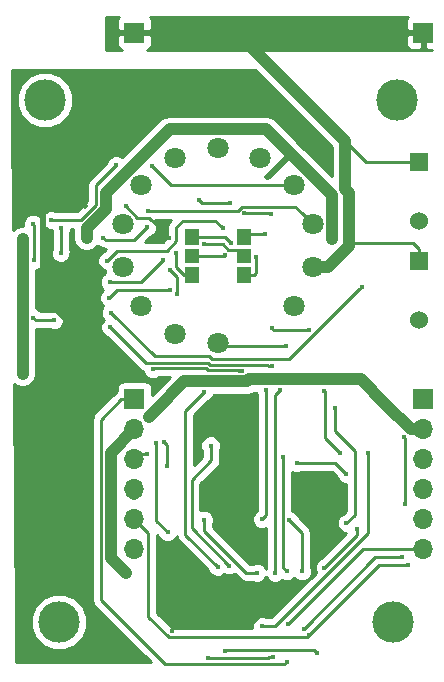
<source format=gtl>
%TF.GenerationSoftware,KiCad,Pcbnew,4.0.7*%
%TF.CreationDate,2017-11-22T17:52:21+08:00*%
%TF.ProjectId,NixieTube_QS30,4E69786965547562655F515333302E6B,rev?*%
%TF.FileFunction,Copper,L1,Top,Signal*%
%FSLAX46Y46*%
G04 Gerber Fmt 4.6, Leading zero omitted, Abs format (unit mm)*
G04 Created by KiCad (PCBNEW 4.0.7) date 11/22/17 17:52:21*
%MOMM*%
%LPD*%
G01*
G04 APERTURE LIST*
%ADD10C,0.100000*%
%ADD11C,3.500000*%
%ADD12R,1.700000X1.700000*%
%ADD13O,1.700000X1.700000*%
%ADD14R,1.524000X1.524000*%
%ADD15C,1.524000*%
%ADD16R,1.300000X1.200000*%
%ADD17R,1.300000X1.400000*%
%ADD18C,1.800000*%
%ADD19C,0.453000*%
%ADD20C,1.000000*%
%ADD21C,0.400000*%
%ADD22C,0.250000*%
%ADD23C,0.500000*%
%ADD24C,1.000000*%
%ADD25C,0.254000*%
G04 APERTURE END LIST*
D10*
D11*
X33300000Y-7700000D03*
X3500000Y-7700000D03*
X4700000Y-51900000D03*
X33030000Y-51900000D03*
D12*
X11100000Y-2000000D03*
X11100000Y-33000000D03*
D13*
X11100000Y-35540000D03*
X11100000Y-38080000D03*
X11100000Y-40620000D03*
X11100000Y-43160000D03*
X11100000Y-45700000D03*
D12*
X35550000Y-2000000D03*
X35500000Y-33000000D03*
D13*
X35500000Y-35540000D03*
X35500000Y-38080000D03*
X35500000Y-40620000D03*
X35500000Y-43160000D03*
X35500000Y-45700000D03*
D14*
X35150000Y-12950000D03*
D15*
X35150000Y-17950000D03*
D14*
X35200000Y-21300000D03*
D15*
X35200000Y-26300000D03*
D16*
X15950000Y-20900000D03*
X20350000Y-20900000D03*
D17*
X15950000Y-19300000D03*
X20350000Y-19300000D03*
X15950000Y-22500000D03*
X20350000Y-22500000D03*
D18*
X18143155Y-11785798D03*
X14563614Y-12602805D03*
X11693045Y-14892007D03*
X10100000Y-18200000D03*
X10100000Y-21871596D03*
X11693045Y-25179589D03*
X14563614Y-27468791D03*
X18143155Y-28285798D03*
X24593265Y-25179589D03*
X26186310Y-21871596D03*
X26186310Y-18200000D03*
X24593265Y-14892007D03*
X21722696Y-12602805D03*
D19*
X14055611Y-19370199D03*
X14075000Y-22050000D03*
X4199998Y-15575000D03*
X14672662Y-24116713D03*
X17350000Y-54900000D03*
X22800000Y-54850000D03*
X14275000Y-52626510D03*
X16525000Y-46975000D03*
X10400000Y-16700000D03*
X6149996Y-32650000D03*
D20*
X20400000Y-35500000D03*
X20400000Y-41150000D03*
D19*
X6160000Y-29300000D03*
X3090000Y-24380000D03*
D21*
X6925000Y-16700000D03*
X22350000Y-14200000D03*
D19*
X18800000Y-54324989D03*
D20*
X27850000Y-19450000D03*
X7050000Y-19350000D03*
X1625000Y-30875000D03*
D19*
X26566500Y-54500000D03*
D20*
X1650000Y-19500000D03*
D21*
X1650000Y-28719990D03*
X21405137Y-20955096D03*
X19150010Y-16450000D03*
X16575000Y-16200000D03*
X18749656Y-20800498D03*
X14601541Y-20650000D03*
X24100000Y-52050000D03*
X25916120Y-52977817D03*
X34240000Y-47050000D03*
X12124990Y-37705129D03*
X24850000Y-38450000D03*
X29000000Y-39350000D03*
D19*
X29400000Y-1600000D03*
X32150000Y-1400000D03*
X14250000Y-1250000D03*
X28840000Y-1975000D03*
X32650000Y-1975000D03*
X18680000Y-1975000D03*
X13600000Y-2000000D03*
X14870000Y-2000000D03*
D21*
X18625000Y-18575000D03*
X8800000Y-21300000D03*
X13525021Y-21250000D03*
X9000000Y-23100000D03*
X14131615Y-23800823D03*
X8950000Y-24450000D03*
D19*
X12185701Y-18428676D03*
D21*
X8450000Y-19350000D03*
D19*
X12250000Y-17100000D03*
D21*
X12584000Y-13294000D03*
X4050000Y-17850000D03*
X9550000Y-13200000D03*
X22750011Y-27028732D03*
X29050000Y-43500000D03*
X28100000Y-33750000D03*
X25850000Y-27150000D03*
X22624990Y-17350000D03*
X20400000Y-17300000D03*
X21900000Y-43200000D03*
X22225001Y-32275001D03*
X20222661Y-30625021D03*
X12650000Y-30500000D03*
X12940778Y-36730779D03*
X13900000Y-44300000D03*
X13610000Y-36660000D03*
X13850000Y-38650000D03*
X23900000Y-28550000D03*
X27150000Y-32300000D03*
X28500000Y-37600000D03*
X21911239Y-52258761D03*
X30910000Y-37590000D03*
X23700000Y-37920000D03*
X24000000Y-47600000D03*
X16996619Y-32425033D03*
X18140000Y-47230000D03*
X25300000Y-47600000D03*
X24225010Y-43270000D03*
X27180000Y-47280000D03*
X29920000Y-44050000D03*
D19*
X17550000Y-36950000D03*
D21*
X19140000Y-47120000D03*
D19*
X2526528Y-18177216D03*
X2622954Y-21253286D03*
D21*
X21481076Y-47720010D03*
X16990000Y-43230000D03*
X4899996Y-18500000D03*
X4850000Y-20650000D03*
X23404832Y-32250012D03*
X22998109Y-47720010D03*
X9100000Y-25700000D03*
D19*
X30376510Y-23495634D03*
X22776511Y-30201510D03*
D21*
X9050000Y-26950000D03*
D20*
X12334968Y-34520000D03*
X10375000Y-47750000D03*
D21*
X32350000Y-33400000D03*
X33714990Y-46430464D03*
X25450000Y-52474990D03*
X2550010Y-26152560D03*
X4286512Y-26360000D03*
D19*
X24026500Y-55245010D03*
D21*
X33914488Y-36231958D03*
X34040000Y-41860000D03*
X22150000Y-19050000D03*
X19299988Y-19843485D03*
X17000136Y-19898000D03*
D22*
X13829112Y-19143700D02*
X14055611Y-19370199D01*
X12336913Y-17651501D02*
X13829112Y-19143700D01*
X10400000Y-16700000D02*
X11351501Y-17651501D01*
X11351501Y-17651501D02*
X12336913Y-17651501D01*
X14301499Y-22276499D02*
X14075000Y-22050000D01*
X14672662Y-24116713D02*
X14672662Y-22647662D01*
X14672662Y-22647662D02*
X14301499Y-22276499D01*
D23*
X3316499Y-16458499D02*
X3973499Y-15801499D01*
X3316499Y-24153501D02*
X3316499Y-16458499D01*
X3090000Y-24380000D02*
X3316499Y-24153501D01*
X4520317Y-15575000D02*
X4199998Y-15575000D01*
X3973499Y-15801499D02*
X4199998Y-15575000D01*
X5800000Y-15575000D02*
X4520317Y-15575000D01*
X6925000Y-16700000D02*
X5800000Y-15575000D01*
D22*
X22800000Y-54850000D02*
X22479681Y-54850000D01*
X22429681Y-54900000D02*
X17350000Y-54900000D01*
X22479681Y-54850000D02*
X22429681Y-54900000D01*
X14275000Y-49225000D02*
X14275000Y-52626510D01*
X16525000Y-46975000D02*
X14275000Y-49225000D01*
D23*
X6160000Y-27129681D02*
X3410319Y-24380000D01*
X6160000Y-29300000D02*
X6160000Y-27129681D01*
X3410319Y-24380000D02*
X3090000Y-24380000D01*
X6160000Y-32639996D02*
X6149996Y-32650000D01*
X6160000Y-29300000D02*
X6160000Y-32639996D01*
D24*
X20400000Y-41150000D02*
X20400000Y-35500000D01*
X11100000Y-41075000D02*
X11100000Y-40630000D01*
D23*
X22350000Y-14200000D02*
X22430740Y-14200000D01*
X22430740Y-14200000D02*
X24350000Y-12280740D01*
X24350000Y-12280740D02*
X24069260Y-12280740D01*
D22*
X18851488Y-54273501D02*
X18800000Y-54324989D01*
X26340001Y-54273501D02*
X18851488Y-54273501D01*
X26566500Y-54500000D02*
X26340001Y-54273501D01*
D24*
X27850000Y-15780740D02*
X27850000Y-19450000D01*
X24350000Y-12280740D02*
X27850000Y-15780740D01*
X22219260Y-10150000D02*
X24350000Y-12280740D01*
X14067050Y-10150000D02*
X22219260Y-10150000D01*
X8675011Y-15542039D02*
X14067050Y-10150000D01*
X8675011Y-16929916D02*
X8675011Y-15542039D01*
X7050000Y-18554927D02*
X8675011Y-16929916D01*
X7050000Y-19350000D02*
X7050000Y-18554927D01*
X1650000Y-28719990D02*
X1650000Y-19500000D01*
X1625000Y-30875000D02*
X1625000Y-28744990D01*
X1625000Y-28744990D02*
X1650000Y-28719990D01*
D22*
X21250000Y-22500000D02*
X21405137Y-22344863D01*
X20350000Y-22500000D02*
X21250000Y-22500000D01*
X21405137Y-22344863D02*
X21405137Y-21237938D01*
X21405137Y-21237938D02*
X21405137Y-20955096D01*
X16825000Y-16450000D02*
X18867168Y-16450000D01*
X16575000Y-16200000D02*
X16825000Y-16450000D01*
X18867168Y-16450000D02*
X19150010Y-16450000D01*
X18650154Y-20900000D02*
X18749656Y-20800498D01*
X15950000Y-20900000D02*
X18650154Y-20900000D01*
X15675000Y-20950000D02*
X15850000Y-20950000D01*
X14601541Y-21810317D02*
X14601541Y-20932842D01*
X14601541Y-20932842D02*
X14601541Y-20650000D01*
X15950000Y-22500000D02*
X15291224Y-22500000D01*
X15291224Y-22500000D02*
X14601541Y-21810317D01*
X30450000Y-45700000D02*
X24100000Y-52050000D01*
X35500000Y-45700000D02*
X30450000Y-45700000D01*
X12275001Y-44335001D02*
X11100000Y-43160000D01*
X25715926Y-53178011D02*
X14010279Y-53178011D01*
X12275001Y-51442733D02*
X12275001Y-44335001D01*
X14010279Y-53178011D02*
X12275001Y-51442733D01*
X25916120Y-52977817D02*
X25715926Y-53178011D01*
X31843937Y-47050000D02*
X25916120Y-52977817D01*
X34240000Y-47050000D02*
X31843937Y-47050000D01*
X11474871Y-37705129D02*
X11842148Y-37705129D01*
X11100000Y-38080000D02*
X11474871Y-37705129D01*
X11842148Y-37705129D02*
X12124990Y-37705129D01*
X28100000Y-38450000D02*
X24850000Y-38450000D01*
X29000000Y-39350000D02*
X28100000Y-38450000D01*
D24*
X29250000Y-20080698D02*
X29250000Y-19800000D01*
X26186310Y-21871596D02*
X27459102Y-21871596D01*
X27459102Y-21871596D02*
X29250000Y-20080698D01*
D22*
X35150000Y-12950000D02*
X30699991Y-12950000D01*
X30699991Y-12950000D02*
X28949991Y-11200000D01*
D24*
X28949991Y-11200000D02*
X19724991Y-1975000D01*
X19724991Y-1975000D02*
X18680000Y-1975000D01*
X29250000Y-19800000D02*
X29250000Y-15543516D01*
D22*
X35200000Y-21300000D02*
X35200000Y-20288000D01*
X35200000Y-20288000D02*
X34712000Y-19800000D01*
X34712000Y-19800000D02*
X29250000Y-19800000D01*
D24*
X28949991Y-15243507D02*
X28949991Y-11200000D01*
D23*
X17955000Y-1250000D02*
X14250000Y-1250000D01*
X18680000Y-1975000D02*
X17955000Y-1250000D01*
X14250000Y-1380000D02*
X14250000Y-1250000D01*
X14870000Y-2000000D02*
X14250000Y-1380000D01*
D24*
X29250000Y-15543516D02*
X28949991Y-15243507D01*
D23*
X13600000Y-2000000D02*
X11100000Y-2000000D01*
X14870000Y-2000000D02*
X13600000Y-2000000D01*
D22*
X14628033Y-18471967D02*
X15200000Y-17900000D01*
X14628033Y-19639722D02*
X14628033Y-18471967D01*
X13817754Y-20450001D02*
X14628033Y-19639722D01*
X8800000Y-21300000D02*
X9649999Y-20450001D01*
X9649999Y-20450001D02*
X13817754Y-20450001D01*
X17950000Y-17900000D02*
X18425001Y-18375001D01*
X18425001Y-18375001D02*
X18625000Y-18575000D01*
X15200000Y-17900000D02*
X17950000Y-17900000D01*
X13325022Y-21449999D02*
X13525021Y-21250000D01*
X11675021Y-23100000D02*
X13325022Y-21449999D01*
X9000000Y-23100000D02*
X11675021Y-23100000D01*
X9599177Y-23800823D02*
X13848773Y-23800823D01*
X8950000Y-24450000D02*
X9599177Y-23800823D01*
X13848773Y-23800823D02*
X14131615Y-23800823D01*
X12250000Y-17100000D02*
X19175000Y-17100000D01*
X19877002Y-17075000D02*
X20227003Y-16724999D01*
X19175000Y-17100000D02*
X19200000Y-17075000D01*
X19200000Y-17075000D02*
X19877002Y-17075000D01*
X20227003Y-16724999D02*
X24711309Y-16724999D01*
X24711309Y-16724999D02*
X25286311Y-17300001D01*
X25286311Y-17300001D02*
X26186310Y-18200000D01*
X8649999Y-19549999D02*
X11064378Y-19549999D01*
X8450000Y-19350000D02*
X8649999Y-19549999D01*
X11064378Y-19549999D02*
X11959202Y-18655175D01*
X11959202Y-18655175D02*
X12185701Y-18428676D01*
X26186310Y-18200000D02*
X26186310Y-18913690D01*
X12783999Y-13493999D02*
X12584000Y-13294000D01*
X14182007Y-14892007D02*
X12783999Y-13493999D01*
X24593265Y-14892007D02*
X14182007Y-14892007D01*
X4332842Y-17850000D02*
X4050000Y-17850000D01*
X6588186Y-17850000D02*
X4332842Y-17850000D01*
X7850000Y-16588186D02*
X6588186Y-17850000D01*
X7850000Y-14900000D02*
X7850000Y-16588186D01*
X9550000Y-13200000D02*
X7850000Y-14900000D01*
X25850000Y-27150000D02*
X22871279Y-27150000D01*
X22871279Y-27150000D02*
X22750011Y-27028732D01*
X29750000Y-37400000D02*
X29750000Y-42800000D01*
X29750000Y-42800000D02*
X29050000Y-43500000D01*
X28100000Y-35750000D02*
X29750000Y-37400000D01*
X28100000Y-33750000D02*
X28100000Y-35750000D01*
X22000000Y-13080109D02*
X21522696Y-12602805D01*
X20400000Y-17300000D02*
X22574990Y-17300000D01*
X22574990Y-17300000D02*
X22624990Y-17350000D01*
X22225001Y-32275001D02*
X22225001Y-42874999D01*
X22225001Y-42874999D02*
X21900000Y-43200000D01*
X19939819Y-30625021D02*
X20222661Y-30625021D01*
X19864820Y-30550022D02*
X19939819Y-30625021D01*
X17190513Y-30418980D02*
X17321555Y-30550022D01*
X12650000Y-30500000D02*
X12731020Y-30418980D01*
X12731020Y-30418980D02*
X17190513Y-30418980D01*
X17321555Y-30550022D02*
X19864820Y-30550022D01*
X13900000Y-44300000D02*
X12940778Y-43340778D01*
X12940778Y-37013621D02*
X12940778Y-36730779D01*
X12940778Y-43340778D02*
X12940778Y-37013621D01*
X13809999Y-36859999D02*
X13610000Y-36660000D01*
X13850000Y-38650000D02*
X13850000Y-36900000D01*
X13850000Y-36900000D02*
X13809999Y-36859999D01*
X23900000Y-28550000D02*
X18407357Y-28550000D01*
X18407357Y-28550000D02*
X18143155Y-28285798D01*
X27200000Y-36300000D02*
X27200000Y-32350000D01*
X27200000Y-32350000D02*
X27150000Y-32300000D01*
X28500000Y-37600000D02*
X27200000Y-36300000D01*
X22974081Y-52258761D02*
X21911239Y-52258761D01*
X30910000Y-44322842D02*
X22974081Y-52258761D01*
X30910000Y-37590000D02*
X30910000Y-44322842D01*
X23700000Y-38202842D02*
X23700000Y-37920000D01*
X23700000Y-47300000D02*
X23700000Y-38202842D01*
X24000000Y-47600000D02*
X23700000Y-47300000D01*
X15404998Y-34016654D02*
X16796620Y-32625032D01*
X15404998Y-44494998D02*
X15404998Y-34016654D01*
X18140000Y-47230000D02*
X15404998Y-44494998D01*
X16796620Y-32625032D02*
X16996619Y-32425033D01*
X25300000Y-44344990D02*
X25300000Y-47600000D01*
X24225010Y-43270000D02*
X25300000Y-44344990D01*
X29920000Y-44050000D02*
X29920000Y-44540000D01*
X29920000Y-44540000D02*
X27180000Y-47280000D01*
X17615013Y-38208402D02*
X17615013Y-37015013D01*
X17615013Y-37015013D02*
X17550000Y-36950000D01*
X15930000Y-39893415D02*
X17615013Y-38208402D01*
X19140000Y-47120000D02*
X15930000Y-43910000D01*
X15930000Y-43910000D02*
X15930000Y-39893415D01*
X2622954Y-18273642D02*
X2526528Y-18177216D01*
X2622954Y-21253286D02*
X2622954Y-18273642D01*
X20556824Y-47720010D02*
X21481076Y-47720010D01*
X16990000Y-44153186D02*
X20556824Y-47720010D01*
X16990000Y-43230000D02*
X16990000Y-44153186D01*
X4850000Y-18549996D02*
X4899996Y-18500000D01*
X4850000Y-20650000D02*
X4850000Y-18549996D01*
X22998109Y-47720010D02*
X22998109Y-32656735D01*
X22998109Y-32656735D02*
X23404832Y-32250012D01*
X17444334Y-29399979D02*
X17694355Y-29650000D01*
X30150011Y-23722133D02*
X30376510Y-23495634D01*
X9100000Y-25700000D02*
X12799979Y-29399979D01*
X24222144Y-29650000D02*
X30150011Y-23722133D01*
X12799979Y-29399979D02*
X17444334Y-29399979D01*
X17694355Y-29650000D02*
X24222144Y-29650000D01*
X22456192Y-30201510D02*
X22776511Y-30201510D01*
X17368754Y-29960810D02*
X17507955Y-30100011D01*
X9050000Y-26950000D02*
X12060810Y-29960810D01*
X22354693Y-30100011D02*
X22456192Y-30201510D01*
X12060810Y-29960810D02*
X17368754Y-29960810D01*
X17507955Y-30100011D02*
X22354693Y-30100011D01*
D24*
X12834967Y-34020001D02*
X12334968Y-34520000D01*
X15329945Y-31525023D02*
X12834967Y-34020001D01*
X20829684Y-31350002D02*
X20654663Y-31525023D01*
X20654663Y-31525023D02*
X15329945Y-31525023D01*
X30300002Y-31350002D02*
X20829684Y-31350002D01*
X32350000Y-33400000D02*
X30300002Y-31350002D01*
X9075000Y-46450000D02*
X10375000Y-47750000D01*
X9075000Y-37565000D02*
X9075000Y-46450000D01*
X11100000Y-35540000D02*
X9075000Y-37565000D01*
X32350000Y-33400000D02*
X34490000Y-35540000D01*
X34490000Y-35540000D02*
X35500000Y-35540000D01*
D22*
X33432148Y-46430464D02*
X33714990Y-46430464D01*
X31494526Y-46430464D02*
X33432148Y-46430464D01*
X25450000Y-52474990D02*
X31494526Y-46430464D01*
X10000000Y-33000000D02*
X8249989Y-34750011D01*
X23800001Y-55471509D02*
X24026500Y-55245010D01*
X8249989Y-34750011D02*
X8249989Y-50026729D01*
X8249989Y-50026729D02*
X13694769Y-55471509D01*
X13694769Y-55471509D02*
X23800001Y-55471509D01*
X11100000Y-33000000D02*
X10000000Y-33000000D01*
X2757450Y-26360000D02*
X2550010Y-26152560D01*
X4286512Y-26360000D02*
X2757450Y-26360000D01*
X34040000Y-41860000D02*
X34040000Y-36357470D01*
X34040000Y-36357470D02*
X33914488Y-36231958D01*
X22150000Y-19050000D02*
X20600000Y-19050000D01*
X20600000Y-19050000D02*
X20350000Y-19300000D01*
X15950000Y-19300000D02*
X18756503Y-19300000D01*
X18756503Y-19300000D02*
X19099989Y-19643486D01*
X19099989Y-19643486D02*
X19299988Y-19843485D01*
X15950000Y-19300000D02*
X15752635Y-19300000D01*
X18577501Y-19898000D02*
X17282978Y-19898000D01*
X19047987Y-20368486D02*
X18577501Y-19898000D01*
X19818486Y-20368486D02*
X19047987Y-20368486D01*
X20350000Y-20900000D02*
X19818486Y-20368486D01*
X17282978Y-19898000D02*
X17000136Y-19898000D01*
X20250000Y-20950000D02*
X20121894Y-21078106D01*
D25*
G36*
X3576393Y-18557466D02*
X3883179Y-18684855D01*
X4072973Y-18685021D01*
X4090000Y-18726228D01*
X4090000Y-20302909D01*
X4015145Y-20483179D01*
X4014855Y-20815363D01*
X4141708Y-21122372D01*
X4376393Y-21357466D01*
X4683179Y-21484855D01*
X5015363Y-21485145D01*
X5322372Y-21358292D01*
X5557466Y-21123607D01*
X5684855Y-20816821D01*
X5685145Y-20484637D01*
X5610000Y-20302771D01*
X5610000Y-18967495D01*
X5734851Y-18666821D01*
X5734901Y-18610000D01*
X5915000Y-18610000D01*
X5915000Y-19348882D01*
X5914803Y-19574775D01*
X6087233Y-19992086D01*
X6406235Y-20311645D01*
X6823244Y-20484803D01*
X7274775Y-20485197D01*
X7692086Y-20312767D01*
X7962138Y-20043186D01*
X7976393Y-20057466D01*
X8217853Y-20157729D01*
X8359159Y-20252147D01*
X8649999Y-20309999D01*
X8715199Y-20309999D01*
X8508030Y-20517168D01*
X8327628Y-20591708D01*
X8092534Y-20826393D01*
X7965145Y-21133179D01*
X7964855Y-21465363D01*
X8091708Y-21772372D01*
X8326393Y-22007466D01*
X8564795Y-22106460D01*
X8564735Y-22175587D01*
X8635601Y-22347095D01*
X8527628Y-22391708D01*
X8292534Y-22626393D01*
X8165145Y-22933179D01*
X8164855Y-23265363D01*
X8291708Y-23572372D01*
X8469174Y-23750147D01*
X8242534Y-23976393D01*
X8115145Y-24283179D01*
X8114855Y-24615363D01*
X8241708Y-24922372D01*
X8469000Y-25150060D01*
X8392534Y-25226393D01*
X8265145Y-25533179D01*
X8264855Y-25865363D01*
X8391708Y-26172372D01*
X8519174Y-26300060D01*
X8342534Y-26476393D01*
X8215145Y-26783179D01*
X8214855Y-27115363D01*
X8341708Y-27422372D01*
X8576393Y-27657466D01*
X8758127Y-27732929D01*
X11523409Y-30498211D01*
X11769970Y-30662958D01*
X11817792Y-30672470D01*
X11941708Y-30972372D01*
X12176393Y-31207466D01*
X12483179Y-31334855D01*
X12815363Y-31335145D01*
X13122372Y-31208292D01*
X13151735Y-31178980D01*
X14070856Y-31178980D01*
X12597440Y-32652396D01*
X12597440Y-32150000D01*
X12553162Y-31914683D01*
X12414090Y-31698559D01*
X12201890Y-31553569D01*
X11950000Y-31502560D01*
X10250000Y-31502560D01*
X10014683Y-31546838D01*
X9798559Y-31685910D01*
X9653569Y-31898110D01*
X9602560Y-32150000D01*
X9602560Y-32369080D01*
X9462599Y-32462599D01*
X7712588Y-34212610D01*
X7547841Y-34459172D01*
X7489989Y-34750011D01*
X7489989Y-50026729D01*
X7547841Y-50317568D01*
X7712588Y-50564130D01*
X12461458Y-55313000D01*
X1056198Y-55313000D01*
X1037590Y-52372325D01*
X2314587Y-52372325D01*
X2676916Y-53249229D01*
X3347242Y-53920726D01*
X4223513Y-54284585D01*
X5172325Y-54285413D01*
X6049229Y-53923084D01*
X6720726Y-53252758D01*
X7084585Y-52376487D01*
X7085413Y-51427675D01*
X6723084Y-50550771D01*
X6052758Y-49879274D01*
X5176487Y-49515415D01*
X4227675Y-49514587D01*
X3350771Y-49876916D01*
X2679274Y-50547242D01*
X2315415Y-51423513D01*
X2314587Y-52372325D01*
X1037590Y-52372325D01*
X907173Y-31762454D01*
X981235Y-31836645D01*
X1398244Y-32009803D01*
X1849775Y-32010197D01*
X2267086Y-31837767D01*
X2586645Y-31518765D01*
X2759803Y-31101756D01*
X2760197Y-30650225D01*
X2760000Y-30649748D01*
X2760000Y-28845673D01*
X2785000Y-28719990D01*
X2785000Y-27120000D01*
X3939421Y-27120000D01*
X4119691Y-27194855D01*
X4451875Y-27195145D01*
X4758884Y-27068292D01*
X4993978Y-26833607D01*
X5121367Y-26526821D01*
X5121657Y-26194637D01*
X4994804Y-25887628D01*
X4760119Y-25652534D01*
X4453333Y-25525145D01*
X4121149Y-25524855D01*
X3939283Y-25600000D01*
X3178254Y-25600000D01*
X3023617Y-25445094D01*
X2785000Y-25346011D01*
X2785000Y-22114928D01*
X2793565Y-22114935D01*
X3110317Y-21984056D01*
X3352872Y-21741924D01*
X3484304Y-21425401D01*
X3484603Y-21082675D01*
X3382954Y-20836665D01*
X3382954Y-18363690D01*
X3576393Y-18557466D01*
X3576393Y-18557466D01*
G37*
X3576393Y-18557466D02*
X3883179Y-18684855D01*
X4072973Y-18685021D01*
X4090000Y-18726228D01*
X4090000Y-20302909D01*
X4015145Y-20483179D01*
X4014855Y-20815363D01*
X4141708Y-21122372D01*
X4376393Y-21357466D01*
X4683179Y-21484855D01*
X5015363Y-21485145D01*
X5322372Y-21358292D01*
X5557466Y-21123607D01*
X5684855Y-20816821D01*
X5685145Y-20484637D01*
X5610000Y-20302771D01*
X5610000Y-18967495D01*
X5734851Y-18666821D01*
X5734901Y-18610000D01*
X5915000Y-18610000D01*
X5915000Y-19348882D01*
X5914803Y-19574775D01*
X6087233Y-19992086D01*
X6406235Y-20311645D01*
X6823244Y-20484803D01*
X7274775Y-20485197D01*
X7692086Y-20312767D01*
X7962138Y-20043186D01*
X7976393Y-20057466D01*
X8217853Y-20157729D01*
X8359159Y-20252147D01*
X8649999Y-20309999D01*
X8715199Y-20309999D01*
X8508030Y-20517168D01*
X8327628Y-20591708D01*
X8092534Y-20826393D01*
X7965145Y-21133179D01*
X7964855Y-21465363D01*
X8091708Y-21772372D01*
X8326393Y-22007466D01*
X8564795Y-22106460D01*
X8564735Y-22175587D01*
X8635601Y-22347095D01*
X8527628Y-22391708D01*
X8292534Y-22626393D01*
X8165145Y-22933179D01*
X8164855Y-23265363D01*
X8291708Y-23572372D01*
X8469174Y-23750147D01*
X8242534Y-23976393D01*
X8115145Y-24283179D01*
X8114855Y-24615363D01*
X8241708Y-24922372D01*
X8469000Y-25150060D01*
X8392534Y-25226393D01*
X8265145Y-25533179D01*
X8264855Y-25865363D01*
X8391708Y-26172372D01*
X8519174Y-26300060D01*
X8342534Y-26476393D01*
X8215145Y-26783179D01*
X8214855Y-27115363D01*
X8341708Y-27422372D01*
X8576393Y-27657466D01*
X8758127Y-27732929D01*
X11523409Y-30498211D01*
X11769970Y-30662958D01*
X11817792Y-30672470D01*
X11941708Y-30972372D01*
X12176393Y-31207466D01*
X12483179Y-31334855D01*
X12815363Y-31335145D01*
X13122372Y-31208292D01*
X13151735Y-31178980D01*
X14070856Y-31178980D01*
X12597440Y-32652396D01*
X12597440Y-32150000D01*
X12553162Y-31914683D01*
X12414090Y-31698559D01*
X12201890Y-31553569D01*
X11950000Y-31502560D01*
X10250000Y-31502560D01*
X10014683Y-31546838D01*
X9798559Y-31685910D01*
X9653569Y-31898110D01*
X9602560Y-32150000D01*
X9602560Y-32369080D01*
X9462599Y-32462599D01*
X7712588Y-34212610D01*
X7547841Y-34459172D01*
X7489989Y-34750011D01*
X7489989Y-50026729D01*
X7547841Y-50317568D01*
X7712588Y-50564130D01*
X12461458Y-55313000D01*
X1056198Y-55313000D01*
X1037590Y-52372325D01*
X2314587Y-52372325D01*
X2676916Y-53249229D01*
X3347242Y-53920726D01*
X4223513Y-54284585D01*
X5172325Y-54285413D01*
X6049229Y-53923084D01*
X6720726Y-53252758D01*
X7084585Y-52376487D01*
X7085413Y-51427675D01*
X6723084Y-50550771D01*
X6052758Y-49879274D01*
X5176487Y-49515415D01*
X4227675Y-49514587D01*
X3350771Y-49876916D01*
X2679274Y-50547242D01*
X2315415Y-51423513D01*
X2314587Y-52372325D01*
X1037590Y-52372325D01*
X907173Y-31762454D01*
X981235Y-31836645D01*
X1398244Y-32009803D01*
X1849775Y-32010197D01*
X2267086Y-31837767D01*
X2586645Y-31518765D01*
X2759803Y-31101756D01*
X2760197Y-30650225D01*
X2760000Y-30649748D01*
X2760000Y-28845673D01*
X2785000Y-28719990D01*
X2785000Y-27120000D01*
X3939421Y-27120000D01*
X4119691Y-27194855D01*
X4451875Y-27195145D01*
X4758884Y-27068292D01*
X4993978Y-26833607D01*
X5121367Y-26526821D01*
X5121657Y-26194637D01*
X4994804Y-25887628D01*
X4760119Y-25652534D01*
X4453333Y-25525145D01*
X4121149Y-25524855D01*
X3939283Y-25600000D01*
X3178254Y-25600000D01*
X3023617Y-25445094D01*
X2785000Y-25346011D01*
X2785000Y-22114928D01*
X2793565Y-22114935D01*
X3110317Y-21984056D01*
X3352872Y-21741924D01*
X3484304Y-21425401D01*
X3484603Y-21082675D01*
X3382954Y-20836665D01*
X3382954Y-18363690D01*
X3576393Y-18557466D01*
G36*
X24683179Y-39284855D02*
X25015363Y-39285145D01*
X25197229Y-39210000D01*
X27785198Y-39210000D01*
X28217168Y-39641970D01*
X28291708Y-39822372D01*
X28526393Y-40057466D01*
X28833179Y-40184855D01*
X28990000Y-40184992D01*
X28990000Y-42485197D01*
X28758030Y-42717168D01*
X28577628Y-42791708D01*
X28342534Y-43026393D01*
X28215145Y-43333179D01*
X28214855Y-43665363D01*
X28341708Y-43972372D01*
X28576393Y-44207466D01*
X28883179Y-44334855D01*
X29050197Y-44335001D01*
X26888030Y-46497168D01*
X26707628Y-46571708D01*
X26472534Y-46806393D01*
X26345145Y-47113179D01*
X26344855Y-47445363D01*
X26452399Y-47705641D01*
X22659279Y-51498761D01*
X22258330Y-51498761D01*
X22078060Y-51423906D01*
X21745876Y-51423616D01*
X21438867Y-51550469D01*
X21203773Y-51785154D01*
X21076384Y-52091940D01*
X21076099Y-52418011D01*
X14325081Y-52418011D01*
X13035001Y-51127931D01*
X13035001Y-44509803D01*
X13117168Y-44591970D01*
X13191708Y-44772372D01*
X13426393Y-45007466D01*
X13733179Y-45134855D01*
X14065363Y-45135145D01*
X14372372Y-45008292D01*
X14607466Y-44773607D01*
X14670312Y-44622258D01*
X14702850Y-44785837D01*
X14867597Y-45032399D01*
X17357168Y-47521970D01*
X17431708Y-47702372D01*
X17666393Y-47937466D01*
X17973179Y-48064855D01*
X18305363Y-48065145D01*
X18612372Y-47938292D01*
X18706647Y-47844181D01*
X18973179Y-47954855D01*
X19305363Y-47955145D01*
X19596756Y-47834744D01*
X20019423Y-48257411D01*
X20265985Y-48422158D01*
X20556824Y-48480010D01*
X21133985Y-48480010D01*
X21314255Y-48554865D01*
X21646439Y-48555155D01*
X21953448Y-48428302D01*
X22188542Y-48193617D01*
X22239560Y-48070751D01*
X22289817Y-48192382D01*
X22524502Y-48427476D01*
X22831288Y-48554865D01*
X23163472Y-48555155D01*
X23470481Y-48428302D01*
X23572393Y-48326567D01*
X23833179Y-48434855D01*
X24165363Y-48435145D01*
X24472372Y-48308292D01*
X24650104Y-48130869D01*
X24826393Y-48307466D01*
X25133179Y-48434855D01*
X25465363Y-48435145D01*
X25772372Y-48308292D01*
X26007466Y-48073607D01*
X26134855Y-47766821D01*
X26135145Y-47434637D01*
X26060000Y-47252771D01*
X26060000Y-44344990D01*
X26002148Y-44054151D01*
X26002148Y-44054150D01*
X25837401Y-43807589D01*
X25007842Y-42978030D01*
X24933302Y-42797628D01*
X24698617Y-42562534D01*
X24460000Y-42463451D01*
X24460000Y-39192183D01*
X24683179Y-39284855D01*
X24683179Y-39284855D01*
G37*
X24683179Y-39284855D02*
X25015363Y-39285145D01*
X25197229Y-39210000D01*
X27785198Y-39210000D01*
X28217168Y-39641970D01*
X28291708Y-39822372D01*
X28526393Y-40057466D01*
X28833179Y-40184855D01*
X28990000Y-40184992D01*
X28990000Y-42485197D01*
X28758030Y-42717168D01*
X28577628Y-42791708D01*
X28342534Y-43026393D01*
X28215145Y-43333179D01*
X28214855Y-43665363D01*
X28341708Y-43972372D01*
X28576393Y-44207466D01*
X28883179Y-44334855D01*
X29050197Y-44335001D01*
X26888030Y-46497168D01*
X26707628Y-46571708D01*
X26472534Y-46806393D01*
X26345145Y-47113179D01*
X26344855Y-47445363D01*
X26452399Y-47705641D01*
X22659279Y-51498761D01*
X22258330Y-51498761D01*
X22078060Y-51423906D01*
X21745876Y-51423616D01*
X21438867Y-51550469D01*
X21203773Y-51785154D01*
X21076384Y-52091940D01*
X21076099Y-52418011D01*
X14325081Y-52418011D01*
X13035001Y-51127931D01*
X13035001Y-44509803D01*
X13117168Y-44591970D01*
X13191708Y-44772372D01*
X13426393Y-45007466D01*
X13733179Y-45134855D01*
X14065363Y-45135145D01*
X14372372Y-45008292D01*
X14607466Y-44773607D01*
X14670312Y-44622258D01*
X14702850Y-44785837D01*
X14867597Y-45032399D01*
X17357168Y-47521970D01*
X17431708Y-47702372D01*
X17666393Y-47937466D01*
X17973179Y-48064855D01*
X18305363Y-48065145D01*
X18612372Y-47938292D01*
X18706647Y-47844181D01*
X18973179Y-47954855D01*
X19305363Y-47955145D01*
X19596756Y-47834744D01*
X20019423Y-48257411D01*
X20265985Y-48422158D01*
X20556824Y-48480010D01*
X21133985Y-48480010D01*
X21314255Y-48554865D01*
X21646439Y-48555155D01*
X21953448Y-48428302D01*
X22188542Y-48193617D01*
X22239560Y-48070751D01*
X22289817Y-48192382D01*
X22524502Y-48427476D01*
X22831288Y-48554865D01*
X23163472Y-48555155D01*
X23470481Y-48428302D01*
X23572393Y-48326567D01*
X23833179Y-48434855D01*
X24165363Y-48435145D01*
X24472372Y-48308292D01*
X24650104Y-48130869D01*
X24826393Y-48307466D01*
X25133179Y-48434855D01*
X25465363Y-48435145D01*
X25772372Y-48308292D01*
X26007466Y-48073607D01*
X26134855Y-47766821D01*
X26135145Y-47434637D01*
X26060000Y-47252771D01*
X26060000Y-44344990D01*
X26002148Y-44054151D01*
X26002148Y-44054150D01*
X25837401Y-43807589D01*
X25007842Y-42978030D01*
X24933302Y-42797628D01*
X24698617Y-42562534D01*
X24460000Y-42463451D01*
X24460000Y-39192183D01*
X24683179Y-39284855D01*
G36*
X21465001Y-32622230D02*
X21465001Y-42476266D01*
X21427628Y-42491708D01*
X21192534Y-42726393D01*
X21065145Y-43033179D01*
X21064855Y-43365363D01*
X21191708Y-43672372D01*
X21426393Y-43907466D01*
X21733179Y-44034855D01*
X22065363Y-44035145D01*
X22238109Y-43963768D01*
X22238109Y-47365601D01*
X22189368Y-47247638D01*
X21954683Y-47012544D01*
X21647897Y-46885155D01*
X21315713Y-46884865D01*
X21133847Y-46960010D01*
X20871626Y-46960010D01*
X17750000Y-43838384D01*
X17750000Y-43577091D01*
X17824855Y-43396821D01*
X17825145Y-43064637D01*
X17698292Y-42757628D01*
X17463607Y-42522534D01*
X17156821Y-42395145D01*
X16824637Y-42394855D01*
X16690000Y-42450486D01*
X16690000Y-40208217D01*
X18152414Y-38745803D01*
X18317161Y-38499242D01*
X18375013Y-38208402D01*
X18375013Y-37209624D01*
X18411350Y-37122115D01*
X18411649Y-36779389D01*
X18280770Y-36462637D01*
X18038638Y-36220082D01*
X17722115Y-36088650D01*
X17379389Y-36088351D01*
X17062637Y-36219230D01*
X16820082Y-36461362D01*
X16688650Y-36777885D01*
X16688351Y-37120611D01*
X16819230Y-37437363D01*
X16855013Y-37473209D01*
X16855013Y-37893600D01*
X16164998Y-38583615D01*
X16164998Y-34331456D01*
X17288589Y-33207865D01*
X17468991Y-33133325D01*
X17704085Y-32898640D01*
X17803168Y-32660023D01*
X20654663Y-32660023D01*
X21089009Y-32573626D01*
X21221644Y-32485002D01*
X21408300Y-32485002D01*
X21465001Y-32622230D01*
X21465001Y-32622230D01*
G37*
X21465001Y-32622230D02*
X21465001Y-42476266D01*
X21427628Y-42491708D01*
X21192534Y-42726393D01*
X21065145Y-43033179D01*
X21064855Y-43365363D01*
X21191708Y-43672372D01*
X21426393Y-43907466D01*
X21733179Y-44034855D01*
X22065363Y-44035145D01*
X22238109Y-43963768D01*
X22238109Y-47365601D01*
X22189368Y-47247638D01*
X21954683Y-47012544D01*
X21647897Y-46885155D01*
X21315713Y-46884865D01*
X21133847Y-46960010D01*
X20871626Y-46960010D01*
X17750000Y-43838384D01*
X17750000Y-43577091D01*
X17824855Y-43396821D01*
X17825145Y-43064637D01*
X17698292Y-42757628D01*
X17463607Y-42522534D01*
X17156821Y-42395145D01*
X16824637Y-42394855D01*
X16690000Y-42450486D01*
X16690000Y-40208217D01*
X18152414Y-38745803D01*
X18317161Y-38499242D01*
X18375013Y-38208402D01*
X18375013Y-37209624D01*
X18411350Y-37122115D01*
X18411649Y-36779389D01*
X18280770Y-36462637D01*
X18038638Y-36220082D01*
X17722115Y-36088650D01*
X17379389Y-36088351D01*
X17062637Y-36219230D01*
X16820082Y-36461362D01*
X16688650Y-36777885D01*
X16688351Y-37120611D01*
X16819230Y-37437363D01*
X16855013Y-37473209D01*
X16855013Y-37893600D01*
X16164998Y-38583615D01*
X16164998Y-34331456D01*
X17288589Y-33207865D01*
X17468991Y-33133325D01*
X17704085Y-32898640D01*
X17803168Y-32660023D01*
X20654663Y-32660023D01*
X21089009Y-32573626D01*
X21221644Y-32485002D01*
X21408300Y-32485002D01*
X21465001Y-32622230D01*
G36*
X35627000Y-40493000D02*
X35647000Y-40493000D01*
X35647000Y-40747000D01*
X35627000Y-40747000D01*
X35627000Y-40767000D01*
X35373000Y-40767000D01*
X35373000Y-40747000D01*
X35353000Y-40747000D01*
X35353000Y-40493000D01*
X35373000Y-40493000D01*
X35373000Y-40473000D01*
X35627000Y-40473000D01*
X35627000Y-40493000D01*
X35627000Y-40493000D01*
G37*
X35627000Y-40493000D02*
X35647000Y-40493000D01*
X35647000Y-40747000D01*
X35627000Y-40747000D01*
X35627000Y-40767000D01*
X35373000Y-40767000D01*
X35373000Y-40747000D01*
X35353000Y-40747000D01*
X35353000Y-40493000D01*
X35373000Y-40493000D01*
X35373000Y-40473000D01*
X35627000Y-40473000D01*
X35627000Y-40493000D01*
G36*
X11227000Y-40493000D02*
X11247000Y-40493000D01*
X11247000Y-40747000D01*
X11227000Y-40747000D01*
X11227000Y-40767000D01*
X10973000Y-40767000D01*
X10973000Y-40747000D01*
X10953000Y-40747000D01*
X10953000Y-40493000D01*
X10973000Y-40493000D01*
X10973000Y-40473000D01*
X11227000Y-40473000D01*
X11227000Y-40493000D01*
X11227000Y-40493000D01*
G37*
X11227000Y-40493000D02*
X11247000Y-40493000D01*
X11247000Y-40747000D01*
X11227000Y-40747000D01*
X11227000Y-40767000D01*
X10973000Y-40767000D01*
X10973000Y-40747000D01*
X10953000Y-40747000D01*
X10953000Y-40493000D01*
X10973000Y-40493000D01*
X10973000Y-40473000D01*
X11227000Y-40473000D01*
X11227000Y-40493000D01*
G36*
X14090632Y-17934566D02*
X13925885Y-18181128D01*
X13868033Y-18471967D01*
X13868033Y-19324920D01*
X13502952Y-19690001D01*
X11999178Y-19690001D01*
X12428809Y-19260370D01*
X12673064Y-19159446D01*
X12915619Y-18917314D01*
X13047051Y-18600791D01*
X13047350Y-18258065D01*
X12916471Y-17941313D01*
X12835300Y-17860000D01*
X14165198Y-17860000D01*
X14090632Y-17934566D01*
X14090632Y-17934566D01*
G37*
X14090632Y-17934566D02*
X13925885Y-18181128D01*
X13868033Y-18471967D01*
X13868033Y-19324920D01*
X13502952Y-19690001D01*
X11999178Y-19690001D01*
X12428809Y-19260370D01*
X12673064Y-19159446D01*
X12915619Y-18917314D01*
X13047051Y-18600791D01*
X13047350Y-18258065D01*
X12916471Y-17941313D01*
X12835300Y-17860000D01*
X14165198Y-17860000D01*
X14090632Y-17934566D01*
G36*
X27814991Y-11670132D02*
X27814991Y-14140598D01*
X25152566Y-11478174D01*
X23021826Y-9347434D01*
X22653606Y-9101397D01*
X22219260Y-9015000D01*
X14067050Y-9015000D01*
X13632705Y-9101396D01*
X13264484Y-9347434D01*
X10071454Y-12540464D01*
X10023607Y-12492534D01*
X9716821Y-12365145D01*
X9384637Y-12364855D01*
X9077628Y-12491708D01*
X8842534Y-12726393D01*
X8767071Y-12908127D01*
X7312599Y-14362599D01*
X7147852Y-14609161D01*
X7090000Y-14900000D01*
X7090000Y-16273384D01*
X6273384Y-17090000D01*
X4397091Y-17090000D01*
X4216821Y-17015145D01*
X3884637Y-17014855D01*
X3577628Y-17141708D01*
X3342534Y-17376393D01*
X3225571Y-17658071D01*
X3015166Y-17447298D01*
X2698643Y-17315866D01*
X2355917Y-17315567D01*
X2039165Y-17446446D01*
X1796610Y-17688578D01*
X1665178Y-18005101D01*
X1664879Y-18347827D01*
X1671982Y-18365018D01*
X1425225Y-18364803D01*
X1007914Y-18537233D01*
X824644Y-18720184D01*
X757899Y-8172325D01*
X1114587Y-8172325D01*
X1476916Y-9049229D01*
X2147242Y-9720726D01*
X3023513Y-10084585D01*
X3972325Y-10085413D01*
X4849229Y-9723084D01*
X5520726Y-9052758D01*
X5884585Y-8176487D01*
X5885413Y-7227675D01*
X5523084Y-6350771D01*
X4852758Y-5679274D01*
X3976487Y-5315415D01*
X3027675Y-5314587D01*
X2150771Y-5676916D01*
X1479274Y-6347242D01*
X1115415Y-7223513D01*
X1114587Y-8172325D01*
X757899Y-8172325D01*
X738628Y-5127000D01*
X21271859Y-5127000D01*
X27814991Y-11670132D01*
X27814991Y-11670132D01*
G37*
X27814991Y-11670132D02*
X27814991Y-14140598D01*
X25152566Y-11478174D01*
X23021826Y-9347434D01*
X22653606Y-9101397D01*
X22219260Y-9015000D01*
X14067050Y-9015000D01*
X13632705Y-9101396D01*
X13264484Y-9347434D01*
X10071454Y-12540464D01*
X10023607Y-12492534D01*
X9716821Y-12365145D01*
X9384637Y-12364855D01*
X9077628Y-12491708D01*
X8842534Y-12726393D01*
X8767071Y-12908127D01*
X7312599Y-14362599D01*
X7147852Y-14609161D01*
X7090000Y-14900000D01*
X7090000Y-16273384D01*
X6273384Y-17090000D01*
X4397091Y-17090000D01*
X4216821Y-17015145D01*
X3884637Y-17014855D01*
X3577628Y-17141708D01*
X3342534Y-17376393D01*
X3225571Y-17658071D01*
X3015166Y-17447298D01*
X2698643Y-17315866D01*
X2355917Y-17315567D01*
X2039165Y-17446446D01*
X1796610Y-17688578D01*
X1665178Y-18005101D01*
X1664879Y-18347827D01*
X1671982Y-18365018D01*
X1425225Y-18364803D01*
X1007914Y-18537233D01*
X824644Y-18720184D01*
X757899Y-8172325D01*
X1114587Y-8172325D01*
X1476916Y-9049229D01*
X2147242Y-9720726D01*
X3023513Y-10084585D01*
X3972325Y-10085413D01*
X4849229Y-9723084D01*
X5520726Y-9052758D01*
X5884585Y-8176487D01*
X5885413Y-7227675D01*
X5523084Y-6350771D01*
X4852758Y-5679274D01*
X3976487Y-5315415D01*
X3027675Y-5314587D01*
X2150771Y-5676916D01*
X1479274Y-6347242D01*
X1115415Y-7223513D01*
X1114587Y-8172325D01*
X757899Y-8172325D01*
X738628Y-5127000D01*
X21271859Y-5127000D01*
X27814991Y-11670132D01*
G36*
X9711673Y-790301D02*
X9615000Y-1023690D01*
X9615000Y-1714250D01*
X9773750Y-1873000D01*
X10973000Y-1873000D01*
X10973000Y-1853000D01*
X11227000Y-1853000D01*
X11227000Y-1873000D01*
X12426250Y-1873000D01*
X12585000Y-1714250D01*
X12585000Y-1023690D01*
X12488327Y-790301D01*
X12408026Y-710000D01*
X34241974Y-710000D01*
X34161673Y-790301D01*
X34065000Y-1023690D01*
X34065000Y-1714250D01*
X34223750Y-1873000D01*
X35423000Y-1873000D01*
X35423000Y-1853000D01*
X35677000Y-1853000D01*
X35677000Y-1873000D01*
X35697000Y-1873000D01*
X35697000Y-2127000D01*
X35677000Y-2127000D01*
X35677000Y-3326250D01*
X35835750Y-3485000D01*
X36290000Y-3485000D01*
X36290000Y-3501583D01*
X12159438Y-3450567D01*
X12309698Y-3388327D01*
X12488327Y-3209699D01*
X12585000Y-2976310D01*
X12585000Y-2285750D01*
X34065000Y-2285750D01*
X34065000Y-2976310D01*
X34161673Y-3209699D01*
X34340302Y-3388327D01*
X34573691Y-3485000D01*
X35264250Y-3485000D01*
X35423000Y-3326250D01*
X35423000Y-2127000D01*
X34223750Y-2127000D01*
X34065000Y-2285750D01*
X12585000Y-2285750D01*
X12426250Y-2127000D01*
X11227000Y-2127000D01*
X11227000Y-2147000D01*
X10973000Y-2147000D01*
X10973000Y-2127000D01*
X9773750Y-2127000D01*
X9615000Y-2285750D01*
X9615000Y-2976310D01*
X9711673Y-3209699D01*
X9890302Y-3388327D01*
X10029692Y-3446064D01*
X8704668Y-3443263D01*
X8653895Y-710000D01*
X9791974Y-710000D01*
X9711673Y-790301D01*
X9711673Y-790301D01*
G37*
X9711673Y-790301D02*
X9615000Y-1023690D01*
X9615000Y-1714250D01*
X9773750Y-1873000D01*
X10973000Y-1873000D01*
X10973000Y-1853000D01*
X11227000Y-1853000D01*
X11227000Y-1873000D01*
X12426250Y-1873000D01*
X12585000Y-1714250D01*
X12585000Y-1023690D01*
X12488327Y-790301D01*
X12408026Y-710000D01*
X34241974Y-710000D01*
X34161673Y-790301D01*
X34065000Y-1023690D01*
X34065000Y-1714250D01*
X34223750Y-1873000D01*
X35423000Y-1873000D01*
X35423000Y-1853000D01*
X35677000Y-1853000D01*
X35677000Y-1873000D01*
X35697000Y-1873000D01*
X35697000Y-2127000D01*
X35677000Y-2127000D01*
X35677000Y-3326250D01*
X35835750Y-3485000D01*
X36290000Y-3485000D01*
X36290000Y-3501583D01*
X12159438Y-3450567D01*
X12309698Y-3388327D01*
X12488327Y-3209699D01*
X12585000Y-2976310D01*
X12585000Y-2285750D01*
X34065000Y-2285750D01*
X34065000Y-2976310D01*
X34161673Y-3209699D01*
X34340302Y-3388327D01*
X34573691Y-3485000D01*
X35264250Y-3485000D01*
X35423000Y-3326250D01*
X35423000Y-2127000D01*
X34223750Y-2127000D01*
X34065000Y-2285750D01*
X12585000Y-2285750D01*
X12426250Y-2127000D01*
X11227000Y-2127000D01*
X11227000Y-2147000D01*
X10973000Y-2147000D01*
X10973000Y-2127000D01*
X9773750Y-2127000D01*
X9615000Y-2285750D01*
X9615000Y-2976310D01*
X9711673Y-3209699D01*
X9890302Y-3388327D01*
X10029692Y-3446064D01*
X8704668Y-3443263D01*
X8653895Y-710000D01*
X9791974Y-710000D01*
X9711673Y-790301D01*
M02*

</source>
